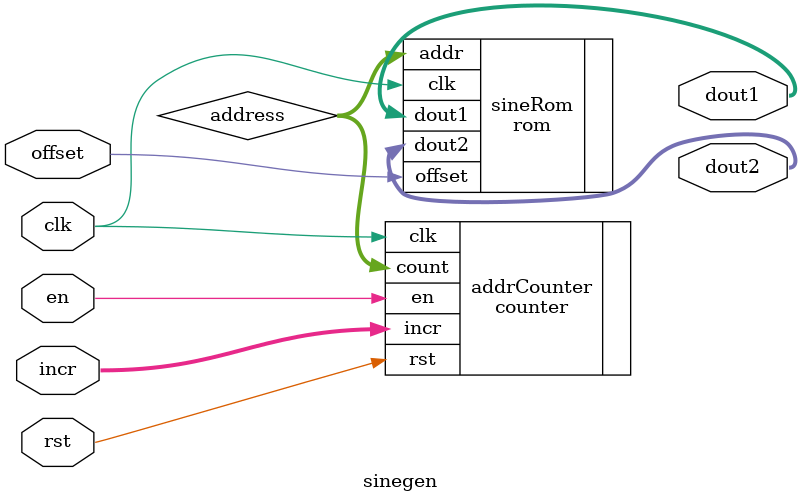
<source format=sv>
module sinegen #(
    parameter A_WIDTH=8,
              D_WIDTH=8
)(
    input logic clk,
    input logic rst,
    input logic en,
    input logic [D_WIDTH-1:0] incr,
    output logic [D_WIDTH-1:0] dout1,
    output logic [D_WIDTH-1:0] dout2,
    input logic offset
);

logic [A_WIDTH-1:0] address;

counter addrCounter (
    .clk (clk),
    .rst (rst),
    .en (en),
    .incr (incr),
    .count (address)
);

rom sineRom (
    .clk (clk),
    .addr (address),
    .offset (offset),
    .dout1 (dout1),
    .dout2 (dout2)
);

endmodule

</source>
